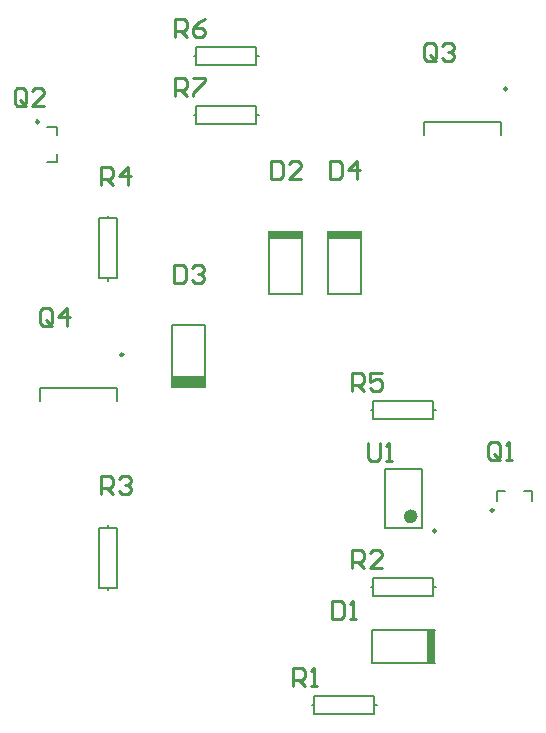
<source format=gto>
G04 Layer_Color=65535*
%FSLAX24Y24*%
%MOIN*%
G70*
G01*
G75*
%ADD15C,0.0100*%
%ADD21C,0.0098*%
%ADD22C,0.0236*%
%ADD23C,0.0079*%
%ADD24R,0.0315X0.1102*%
%ADD25R,0.1102X0.0315*%
%ADD26R,0.1070X0.0374*%
D15*
X26686Y32418D02*
Y32818D01*
X26586Y32918D01*
X26386D01*
X26286Y32818D01*
Y32418D01*
X26386Y32318D01*
X26586D01*
X26486Y32518D02*
X26686Y32318D01*
X26586D02*
X26686Y32418D01*
X26886Y32818D02*
X26986Y32918D01*
X27185D01*
X27285Y32818D01*
Y32718D01*
X27185Y32618D01*
X27085D01*
X27185D01*
X27285Y32518D01*
Y32418D01*
X27185Y32318D01*
X26986D01*
X26886Y32418D01*
X23199Y14290D02*
Y13690D01*
X23499D01*
X23599Y13790D01*
Y14190D01*
X23499Y14290D01*
X23199D01*
X23799Y13690D02*
X23998D01*
X23899D01*
Y14290D01*
X23799Y14190D01*
X21166Y28987D02*
Y28387D01*
X21466D01*
X21566Y28487D01*
Y28887D01*
X21466Y28987D01*
X21166D01*
X22165Y28387D02*
X21766D01*
X22165Y28787D01*
Y28887D01*
X22065Y28987D01*
X21866D01*
X21766Y28887D01*
X17934Y25519D02*
Y24919D01*
X18234D01*
X18334Y25019D01*
Y25419D01*
X18234Y25519D01*
X17934D01*
X18534Y25419D02*
X18634Y25519D01*
X18834D01*
X18934Y25419D01*
Y25319D01*
X18834Y25219D01*
X18734D01*
X18834D01*
X18934Y25119D01*
Y25019D01*
X18834Y24919D01*
X18634D01*
X18534Y25019D01*
X23127Y28986D02*
Y28386D01*
X23427D01*
X23527Y28486D01*
Y28886D01*
X23427Y28986D01*
X23127D01*
X24027Y28386D02*
Y28986D01*
X23727Y28686D01*
X24127D01*
X28817Y19090D02*
Y19490D01*
X28717Y19590D01*
X28517D01*
X28417Y19490D01*
Y19090D01*
X28517Y18990D01*
X28717D01*
X28617Y19190D02*
X28817Y18990D01*
X28717D02*
X28817Y19090D01*
X29017Y18990D02*
X29217D01*
X29117D01*
Y19590D01*
X29017Y19490D01*
X13024Y30903D02*
Y31302D01*
X12924Y31402D01*
X12724D01*
X12625Y31302D01*
Y30903D01*
X12724Y30803D01*
X12924D01*
X12824Y31002D02*
X13024Y30803D01*
X12924D02*
X13024Y30903D01*
X13624Y30803D02*
X13224D01*
X13624Y31202D01*
Y31302D01*
X13524Y31402D01*
X13324D01*
X13224Y31302D01*
X13890Y23564D02*
Y23964D01*
X13790Y24064D01*
X13590D01*
X13490Y23964D01*
Y23564D01*
X13590Y23464D01*
X13790D01*
X13690Y23664D02*
X13890Y23464D01*
X13790D02*
X13890Y23564D01*
X14390Y23464D02*
Y24064D01*
X14090Y23764D01*
X14490D01*
X21906Y11464D02*
Y12064D01*
X22206D01*
X22306Y11964D01*
Y11764D01*
X22206Y11664D01*
X21906D01*
X22106D02*
X22306Y11464D01*
X22506D02*
X22706D01*
X22606D01*
Y12064D01*
X22506Y11964D01*
X23877Y15406D02*
Y16006D01*
X24177D01*
X24277Y15906D01*
Y15706D01*
X24177Y15606D01*
X23877D01*
X24077D02*
X24277Y15406D01*
X24877D02*
X24477D01*
X24877Y15806D01*
Y15906D01*
X24777Y16006D01*
X24577D01*
X24477Y15906D01*
X15504Y17860D02*
Y18460D01*
X15804D01*
X15904Y18360D01*
Y18160D01*
X15804Y18060D01*
X15504D01*
X15704D02*
X15904Y17860D01*
X16104Y18360D02*
X16204Y18460D01*
X16404D01*
X16504Y18360D01*
Y18260D01*
X16404Y18160D01*
X16304D01*
X16404D01*
X16504Y18060D01*
Y17960D01*
X16404Y17860D01*
X16204D01*
X16104Y17960D01*
X15507Y28176D02*
Y28776D01*
X15807D01*
X15907Y28676D01*
Y28476D01*
X15807Y28376D01*
X15507D01*
X15707D02*
X15907Y28176D01*
X16407D02*
Y28776D01*
X16107Y28476D01*
X16507D01*
X23873Y21306D02*
Y21906D01*
X24173D01*
X24273Y21806D01*
Y21606D01*
X24173Y21506D01*
X23873D01*
X24073D02*
X24273Y21306D01*
X24873Y21906D02*
X24473D01*
Y21606D01*
X24673Y21706D01*
X24773D01*
X24873Y21606D01*
Y21406D01*
X24773Y21306D01*
X24573D01*
X24473Y21406D01*
X17970Y33116D02*
Y33716D01*
X18270D01*
X18370Y33616D01*
Y33416D01*
X18270Y33316D01*
X17970D01*
X18170D02*
X18370Y33116D01*
X18970Y33716D02*
X18770Y33616D01*
X18570Y33416D01*
Y33216D01*
X18670Y33116D01*
X18870D01*
X18970Y33216D01*
Y33316D01*
X18870Y33416D01*
X18570D01*
X17972Y31154D02*
Y31754D01*
X18271D01*
X18371Y31654D01*
Y31454D01*
X18271Y31354D01*
X17972D01*
X18171D02*
X18371Y31154D01*
X18571Y31754D02*
X18971D01*
Y31654D01*
X18571Y31254D01*
Y31154D01*
X24420Y19570D02*
Y19070D01*
X24520Y18970D01*
X24720D01*
X24820Y19070D01*
Y19570D01*
X25020Y18970D02*
X25220D01*
X25120D01*
Y19570D01*
X25020Y19470D01*
D21*
X29041Y31378D02*
G03*
X29041Y31378I-49J0D01*
G01*
X28594Y17323D02*
G03*
X28594Y17323I-49J0D01*
G01*
X13435Y30276D02*
G03*
X13435Y30276I-49J0D01*
G01*
X16246Y22520D02*
G03*
X16246Y22520I-49J0D01*
G01*
X26673Y16642D02*
G03*
X26673Y16642I-49J0D01*
G01*
D22*
X25945Y17126D02*
G03*
X25945Y17126I-118J0D01*
G01*
D23*
X28846Y29824D02*
Y30276D01*
X26272D02*
X28846D01*
X26272Y29824D02*
Y30276D01*
X24547Y12244D02*
X26634D01*
X24547Y13346D02*
X26634D01*
X24547Y12244D02*
Y13346D01*
X22205Y24547D02*
Y26634D01*
X21102Y24547D02*
Y26634D01*
Y24547D02*
X22205D01*
X17889Y21454D02*
X18959D01*
X17889D02*
Y23501D01*
X18959D01*
Y21454D02*
Y23501D01*
X24173Y24547D02*
Y26634D01*
X23071Y24547D02*
Y26634D01*
Y24547D02*
X24173D01*
X28719Y17652D02*
Y17972D01*
X28978D01*
X29868Y17652D02*
Y17972D01*
X29608D02*
X29868D01*
X13715Y30102D02*
X14035D01*
Y29843D02*
Y30102D01*
X13715Y28953D02*
X14035D01*
Y29213D01*
X16051Y20966D02*
Y21417D01*
X13476D02*
X16051D01*
X13476Y20966D02*
Y21417D01*
X24622Y10827D02*
X24712D01*
X22532D02*
X22622D01*
X24622Y10527D02*
Y10827D01*
X22622Y10527D02*
X24622D01*
X22622D02*
Y11127D01*
X24622D01*
Y10827D02*
Y11127D01*
X24501Y14764D02*
X24591D01*
X26591D02*
X26681D01*
X24591D02*
Y15064D01*
X26591D01*
Y14464D02*
Y15064D01*
X24591Y14464D02*
X26591D01*
X24591D02*
Y14764D01*
X15748Y14658D02*
Y14748D01*
Y16748D02*
Y16838D01*
X15448Y14748D02*
X15748D01*
X15448D02*
Y16748D01*
X16048D01*
Y14748D02*
Y16748D01*
X15748Y14748D02*
X16048D01*
X15748Y24969D02*
Y25059D01*
Y27059D02*
Y27149D01*
X15448Y25059D02*
X15748D01*
X15448D02*
Y27059D01*
X16048D01*
Y25059D02*
Y27059D01*
X15748Y25059D02*
X16048D01*
X24501Y20669D02*
X24591D01*
X26591D02*
X26681D01*
X24591D02*
Y20969D01*
X26591D01*
Y20369D02*
Y20969D01*
X24591Y20369D02*
X26591D01*
X24591D02*
Y20669D01*
X20685Y32480D02*
X20775D01*
X18595D02*
X18685D01*
X20685Y32180D02*
Y32480D01*
X18685Y32180D02*
X20685D01*
X18685D02*
Y32780D01*
X20685D01*
Y32480D02*
Y32780D01*
Y30512D02*
X20775D01*
X18595D02*
X18685D01*
X20685Y30212D02*
Y30512D01*
X18685Y30212D02*
X20685D01*
X18685D02*
Y30812D01*
X20685D01*
Y30512D02*
Y30812D01*
X26220Y16732D02*
Y18701D01*
X24961Y16732D02*
Y18701D01*
Y16732D02*
X26220D01*
X24961Y18701D02*
X26220D01*
D24*
X26516Y12795D02*
D03*
D25*
X21653Y26516D02*
D03*
X23622Y26516D02*
D03*
D26*
X18425Y21640D02*
D03*
M02*

</source>
